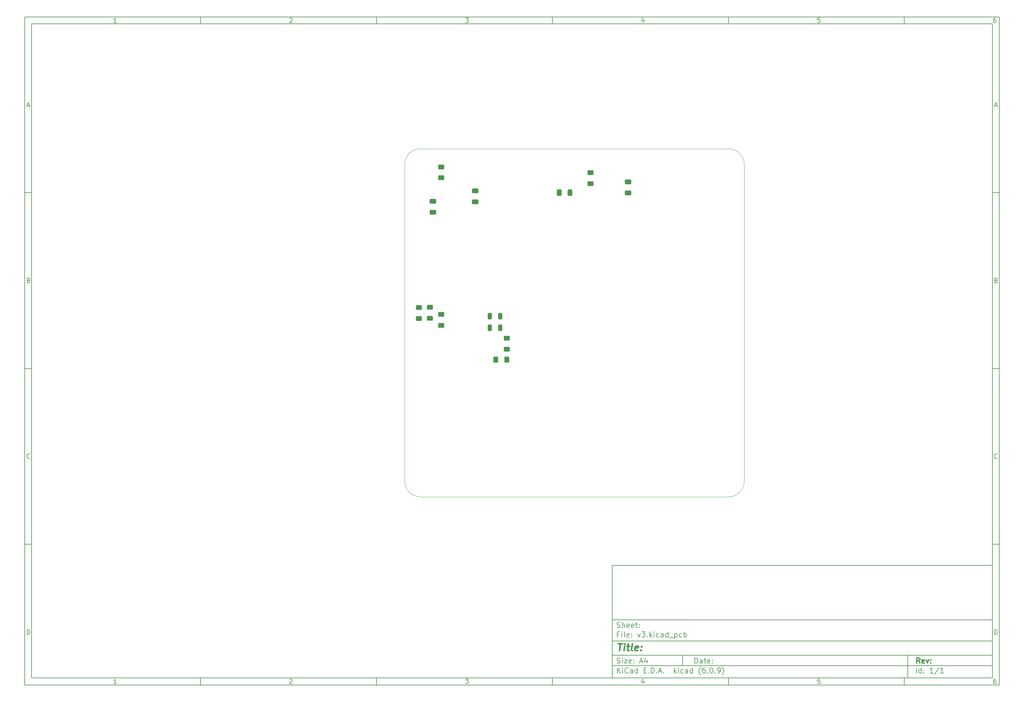
<source format=gbr>
%TF.GenerationSoftware,KiCad,Pcbnew,(6.0.9)*%
%TF.CreationDate,2022-12-28T04:29:14+03:00*%
%TF.ProjectId,v3,76332e6b-6963-4616-945f-706362585858,rev?*%
%TF.SameCoordinates,Original*%
%TF.FileFunction,Paste,Top*%
%TF.FilePolarity,Positive*%
%FSLAX46Y46*%
G04 Gerber Fmt 4.6, Leading zero omitted, Abs format (unit mm)*
G04 Created by KiCad (PCBNEW (6.0.9)) date 2022-12-28 04:29:14*
%MOMM*%
%LPD*%
G01*
G04 APERTURE LIST*
G04 Aperture macros list*
%AMRoundRect*
0 Rectangle with rounded corners*
0 $1 Rounding radius*
0 $2 $3 $4 $5 $6 $7 $8 $9 X,Y pos of 4 corners*
0 Add a 4 corners polygon primitive as box body*
4,1,4,$2,$3,$4,$5,$6,$7,$8,$9,$2,$3,0*
0 Add four circle primitives for the rounded corners*
1,1,$1+$1,$2,$3*
1,1,$1+$1,$4,$5*
1,1,$1+$1,$6,$7*
1,1,$1+$1,$8,$9*
0 Add four rect primitives between the rounded corners*
20,1,$1+$1,$2,$3,$4,$5,0*
20,1,$1+$1,$4,$5,$6,$7,0*
20,1,$1+$1,$6,$7,$8,$9,0*
20,1,$1+$1,$8,$9,$2,$3,0*%
G04 Aperture macros list end*
%ADD10C,0.100000*%
%ADD11C,0.150000*%
%ADD12C,0.300000*%
%ADD13C,0.400000*%
%TA.AperFunction,Profile*%
%ADD14C,0.100000*%
%TD*%
%ADD15RoundRect,0.250000X0.625000X-0.400000X0.625000X0.400000X-0.625000X0.400000X-0.625000X-0.400000X0*%
%ADD16RoundRect,0.250000X-0.625000X0.400000X-0.625000X-0.400000X0.625000X-0.400000X0.625000X0.400000X0*%
%ADD17RoundRect,0.250000X-0.650000X0.412500X-0.650000X-0.412500X0.650000X-0.412500X0.650000X0.412500X0*%
%ADD18RoundRect,0.250000X0.400000X0.625000X-0.400000X0.625000X-0.400000X-0.625000X0.400000X-0.625000X0*%
%ADD19RoundRect,0.250000X-0.325000X-0.650000X0.325000X-0.650000X0.325000X0.650000X-0.325000X0.650000X0*%
%ADD20RoundRect,0.250000X0.412500X0.650000X-0.412500X0.650000X-0.412500X-0.650000X0.412500X-0.650000X0*%
%ADD21RoundRect,0.250000X0.650000X-0.412500X0.650000X0.412500X-0.650000X0.412500X-0.650000X-0.412500X0*%
G04 APERTURE END LIST*
D10*
D11*
X177002200Y-166007200D02*
X177002200Y-198007200D01*
X285002200Y-198007200D01*
X285002200Y-166007200D01*
X177002200Y-166007200D01*
D10*
D11*
X10000000Y-10000000D02*
X10000000Y-200007200D01*
X287002200Y-200007200D01*
X287002200Y-10000000D01*
X10000000Y-10000000D01*
D10*
D11*
X12000000Y-12000000D02*
X12000000Y-198007200D01*
X285002200Y-198007200D01*
X285002200Y-12000000D01*
X12000000Y-12000000D01*
D10*
D11*
X60000000Y-12000000D02*
X60000000Y-10000000D01*
D10*
D11*
X110000000Y-12000000D02*
X110000000Y-10000000D01*
D10*
D11*
X160000000Y-12000000D02*
X160000000Y-10000000D01*
D10*
D11*
X210000000Y-12000000D02*
X210000000Y-10000000D01*
D10*
D11*
X260000000Y-12000000D02*
X260000000Y-10000000D01*
D10*
D11*
X36065476Y-11588095D02*
X35322619Y-11588095D01*
X35694047Y-11588095D02*
X35694047Y-10288095D01*
X35570238Y-10473809D01*
X35446428Y-10597619D01*
X35322619Y-10659523D01*
D10*
D11*
X85322619Y-10411904D02*
X85384523Y-10350000D01*
X85508333Y-10288095D01*
X85817857Y-10288095D01*
X85941666Y-10350000D01*
X86003571Y-10411904D01*
X86065476Y-10535714D01*
X86065476Y-10659523D01*
X86003571Y-10845238D01*
X85260714Y-11588095D01*
X86065476Y-11588095D01*
D10*
D11*
X135260714Y-10288095D02*
X136065476Y-10288095D01*
X135632142Y-10783333D01*
X135817857Y-10783333D01*
X135941666Y-10845238D01*
X136003571Y-10907142D01*
X136065476Y-11030952D01*
X136065476Y-11340476D01*
X136003571Y-11464285D01*
X135941666Y-11526190D01*
X135817857Y-11588095D01*
X135446428Y-11588095D01*
X135322619Y-11526190D01*
X135260714Y-11464285D01*
D10*
D11*
X185941666Y-10721428D02*
X185941666Y-11588095D01*
X185632142Y-10226190D02*
X185322619Y-11154761D01*
X186127380Y-11154761D01*
D10*
D11*
X236003571Y-10288095D02*
X235384523Y-10288095D01*
X235322619Y-10907142D01*
X235384523Y-10845238D01*
X235508333Y-10783333D01*
X235817857Y-10783333D01*
X235941666Y-10845238D01*
X236003571Y-10907142D01*
X236065476Y-11030952D01*
X236065476Y-11340476D01*
X236003571Y-11464285D01*
X235941666Y-11526190D01*
X235817857Y-11588095D01*
X235508333Y-11588095D01*
X235384523Y-11526190D01*
X235322619Y-11464285D01*
D10*
D11*
X285941666Y-10288095D02*
X285694047Y-10288095D01*
X285570238Y-10350000D01*
X285508333Y-10411904D01*
X285384523Y-10597619D01*
X285322619Y-10845238D01*
X285322619Y-11340476D01*
X285384523Y-11464285D01*
X285446428Y-11526190D01*
X285570238Y-11588095D01*
X285817857Y-11588095D01*
X285941666Y-11526190D01*
X286003571Y-11464285D01*
X286065476Y-11340476D01*
X286065476Y-11030952D01*
X286003571Y-10907142D01*
X285941666Y-10845238D01*
X285817857Y-10783333D01*
X285570238Y-10783333D01*
X285446428Y-10845238D01*
X285384523Y-10907142D01*
X285322619Y-11030952D01*
D10*
D11*
X60000000Y-198007200D02*
X60000000Y-200007200D01*
D10*
D11*
X110000000Y-198007200D02*
X110000000Y-200007200D01*
D10*
D11*
X160000000Y-198007200D02*
X160000000Y-200007200D01*
D10*
D11*
X210000000Y-198007200D02*
X210000000Y-200007200D01*
D10*
D11*
X260000000Y-198007200D02*
X260000000Y-200007200D01*
D10*
D11*
X36065476Y-199595295D02*
X35322619Y-199595295D01*
X35694047Y-199595295D02*
X35694047Y-198295295D01*
X35570238Y-198481009D01*
X35446428Y-198604819D01*
X35322619Y-198666723D01*
D10*
D11*
X85322619Y-198419104D02*
X85384523Y-198357200D01*
X85508333Y-198295295D01*
X85817857Y-198295295D01*
X85941666Y-198357200D01*
X86003571Y-198419104D01*
X86065476Y-198542914D01*
X86065476Y-198666723D01*
X86003571Y-198852438D01*
X85260714Y-199595295D01*
X86065476Y-199595295D01*
D10*
D11*
X135260714Y-198295295D02*
X136065476Y-198295295D01*
X135632142Y-198790533D01*
X135817857Y-198790533D01*
X135941666Y-198852438D01*
X136003571Y-198914342D01*
X136065476Y-199038152D01*
X136065476Y-199347676D01*
X136003571Y-199471485D01*
X135941666Y-199533390D01*
X135817857Y-199595295D01*
X135446428Y-199595295D01*
X135322619Y-199533390D01*
X135260714Y-199471485D01*
D10*
D11*
X185941666Y-198728628D02*
X185941666Y-199595295D01*
X185632142Y-198233390D02*
X185322619Y-199161961D01*
X186127380Y-199161961D01*
D10*
D11*
X236003571Y-198295295D02*
X235384523Y-198295295D01*
X235322619Y-198914342D01*
X235384523Y-198852438D01*
X235508333Y-198790533D01*
X235817857Y-198790533D01*
X235941666Y-198852438D01*
X236003571Y-198914342D01*
X236065476Y-199038152D01*
X236065476Y-199347676D01*
X236003571Y-199471485D01*
X235941666Y-199533390D01*
X235817857Y-199595295D01*
X235508333Y-199595295D01*
X235384523Y-199533390D01*
X235322619Y-199471485D01*
D10*
D11*
X285941666Y-198295295D02*
X285694047Y-198295295D01*
X285570238Y-198357200D01*
X285508333Y-198419104D01*
X285384523Y-198604819D01*
X285322619Y-198852438D01*
X285322619Y-199347676D01*
X285384523Y-199471485D01*
X285446428Y-199533390D01*
X285570238Y-199595295D01*
X285817857Y-199595295D01*
X285941666Y-199533390D01*
X286003571Y-199471485D01*
X286065476Y-199347676D01*
X286065476Y-199038152D01*
X286003571Y-198914342D01*
X285941666Y-198852438D01*
X285817857Y-198790533D01*
X285570238Y-198790533D01*
X285446428Y-198852438D01*
X285384523Y-198914342D01*
X285322619Y-199038152D01*
D10*
D11*
X10000000Y-60000000D02*
X12000000Y-60000000D01*
D10*
D11*
X10000000Y-110000000D02*
X12000000Y-110000000D01*
D10*
D11*
X10000000Y-160000000D02*
X12000000Y-160000000D01*
D10*
D11*
X10690476Y-35216666D02*
X11309523Y-35216666D01*
X10566666Y-35588095D02*
X11000000Y-34288095D01*
X11433333Y-35588095D01*
D10*
D11*
X11092857Y-84907142D02*
X11278571Y-84969047D01*
X11340476Y-85030952D01*
X11402380Y-85154761D01*
X11402380Y-85340476D01*
X11340476Y-85464285D01*
X11278571Y-85526190D01*
X11154761Y-85588095D01*
X10659523Y-85588095D01*
X10659523Y-84288095D01*
X11092857Y-84288095D01*
X11216666Y-84350000D01*
X11278571Y-84411904D01*
X11340476Y-84535714D01*
X11340476Y-84659523D01*
X11278571Y-84783333D01*
X11216666Y-84845238D01*
X11092857Y-84907142D01*
X10659523Y-84907142D01*
D10*
D11*
X11402380Y-135464285D02*
X11340476Y-135526190D01*
X11154761Y-135588095D01*
X11030952Y-135588095D01*
X10845238Y-135526190D01*
X10721428Y-135402380D01*
X10659523Y-135278571D01*
X10597619Y-135030952D01*
X10597619Y-134845238D01*
X10659523Y-134597619D01*
X10721428Y-134473809D01*
X10845238Y-134350000D01*
X11030952Y-134288095D01*
X11154761Y-134288095D01*
X11340476Y-134350000D01*
X11402380Y-134411904D01*
D10*
D11*
X10659523Y-185588095D02*
X10659523Y-184288095D01*
X10969047Y-184288095D01*
X11154761Y-184350000D01*
X11278571Y-184473809D01*
X11340476Y-184597619D01*
X11402380Y-184845238D01*
X11402380Y-185030952D01*
X11340476Y-185278571D01*
X11278571Y-185402380D01*
X11154761Y-185526190D01*
X10969047Y-185588095D01*
X10659523Y-185588095D01*
D10*
D11*
X287002200Y-60000000D02*
X285002200Y-60000000D01*
D10*
D11*
X287002200Y-110000000D02*
X285002200Y-110000000D01*
D10*
D11*
X287002200Y-160000000D02*
X285002200Y-160000000D01*
D10*
D11*
X285692676Y-35216666D02*
X286311723Y-35216666D01*
X285568866Y-35588095D02*
X286002200Y-34288095D01*
X286435533Y-35588095D01*
D10*
D11*
X286095057Y-84907142D02*
X286280771Y-84969047D01*
X286342676Y-85030952D01*
X286404580Y-85154761D01*
X286404580Y-85340476D01*
X286342676Y-85464285D01*
X286280771Y-85526190D01*
X286156961Y-85588095D01*
X285661723Y-85588095D01*
X285661723Y-84288095D01*
X286095057Y-84288095D01*
X286218866Y-84350000D01*
X286280771Y-84411904D01*
X286342676Y-84535714D01*
X286342676Y-84659523D01*
X286280771Y-84783333D01*
X286218866Y-84845238D01*
X286095057Y-84907142D01*
X285661723Y-84907142D01*
D10*
D11*
X286404580Y-135464285D02*
X286342676Y-135526190D01*
X286156961Y-135588095D01*
X286033152Y-135588095D01*
X285847438Y-135526190D01*
X285723628Y-135402380D01*
X285661723Y-135278571D01*
X285599819Y-135030952D01*
X285599819Y-134845238D01*
X285661723Y-134597619D01*
X285723628Y-134473809D01*
X285847438Y-134350000D01*
X286033152Y-134288095D01*
X286156961Y-134288095D01*
X286342676Y-134350000D01*
X286404580Y-134411904D01*
D10*
D11*
X285661723Y-185588095D02*
X285661723Y-184288095D01*
X285971247Y-184288095D01*
X286156961Y-184350000D01*
X286280771Y-184473809D01*
X286342676Y-184597619D01*
X286404580Y-184845238D01*
X286404580Y-185030952D01*
X286342676Y-185278571D01*
X286280771Y-185402380D01*
X286156961Y-185526190D01*
X285971247Y-185588095D01*
X285661723Y-185588095D01*
D10*
D11*
X200434342Y-193785771D02*
X200434342Y-192285771D01*
X200791485Y-192285771D01*
X201005771Y-192357200D01*
X201148628Y-192500057D01*
X201220057Y-192642914D01*
X201291485Y-192928628D01*
X201291485Y-193142914D01*
X201220057Y-193428628D01*
X201148628Y-193571485D01*
X201005771Y-193714342D01*
X200791485Y-193785771D01*
X200434342Y-193785771D01*
X202577200Y-193785771D02*
X202577200Y-193000057D01*
X202505771Y-192857200D01*
X202362914Y-192785771D01*
X202077200Y-192785771D01*
X201934342Y-192857200D01*
X202577200Y-193714342D02*
X202434342Y-193785771D01*
X202077200Y-193785771D01*
X201934342Y-193714342D01*
X201862914Y-193571485D01*
X201862914Y-193428628D01*
X201934342Y-193285771D01*
X202077200Y-193214342D01*
X202434342Y-193214342D01*
X202577200Y-193142914D01*
X203077200Y-192785771D02*
X203648628Y-192785771D01*
X203291485Y-192285771D02*
X203291485Y-193571485D01*
X203362914Y-193714342D01*
X203505771Y-193785771D01*
X203648628Y-193785771D01*
X204720057Y-193714342D02*
X204577200Y-193785771D01*
X204291485Y-193785771D01*
X204148628Y-193714342D01*
X204077200Y-193571485D01*
X204077200Y-193000057D01*
X204148628Y-192857200D01*
X204291485Y-192785771D01*
X204577200Y-192785771D01*
X204720057Y-192857200D01*
X204791485Y-193000057D01*
X204791485Y-193142914D01*
X204077200Y-193285771D01*
X205434342Y-193642914D02*
X205505771Y-193714342D01*
X205434342Y-193785771D01*
X205362914Y-193714342D01*
X205434342Y-193642914D01*
X205434342Y-193785771D01*
X205434342Y-192857200D02*
X205505771Y-192928628D01*
X205434342Y-193000057D01*
X205362914Y-192928628D01*
X205434342Y-192857200D01*
X205434342Y-193000057D01*
D10*
D11*
X177002200Y-194507200D02*
X285002200Y-194507200D01*
D10*
D11*
X178434342Y-196585771D02*
X178434342Y-195085771D01*
X179291485Y-196585771D02*
X178648628Y-195728628D01*
X179291485Y-195085771D02*
X178434342Y-195942914D01*
X179934342Y-196585771D02*
X179934342Y-195585771D01*
X179934342Y-195085771D02*
X179862914Y-195157200D01*
X179934342Y-195228628D01*
X180005771Y-195157200D01*
X179934342Y-195085771D01*
X179934342Y-195228628D01*
X181505771Y-196442914D02*
X181434342Y-196514342D01*
X181220057Y-196585771D01*
X181077200Y-196585771D01*
X180862914Y-196514342D01*
X180720057Y-196371485D01*
X180648628Y-196228628D01*
X180577200Y-195942914D01*
X180577200Y-195728628D01*
X180648628Y-195442914D01*
X180720057Y-195300057D01*
X180862914Y-195157200D01*
X181077200Y-195085771D01*
X181220057Y-195085771D01*
X181434342Y-195157200D01*
X181505771Y-195228628D01*
X182791485Y-196585771D02*
X182791485Y-195800057D01*
X182720057Y-195657200D01*
X182577200Y-195585771D01*
X182291485Y-195585771D01*
X182148628Y-195657200D01*
X182791485Y-196514342D02*
X182648628Y-196585771D01*
X182291485Y-196585771D01*
X182148628Y-196514342D01*
X182077200Y-196371485D01*
X182077200Y-196228628D01*
X182148628Y-196085771D01*
X182291485Y-196014342D01*
X182648628Y-196014342D01*
X182791485Y-195942914D01*
X184148628Y-196585771D02*
X184148628Y-195085771D01*
X184148628Y-196514342D02*
X184005771Y-196585771D01*
X183720057Y-196585771D01*
X183577200Y-196514342D01*
X183505771Y-196442914D01*
X183434342Y-196300057D01*
X183434342Y-195871485D01*
X183505771Y-195728628D01*
X183577200Y-195657200D01*
X183720057Y-195585771D01*
X184005771Y-195585771D01*
X184148628Y-195657200D01*
X186005771Y-195800057D02*
X186505771Y-195800057D01*
X186720057Y-196585771D02*
X186005771Y-196585771D01*
X186005771Y-195085771D01*
X186720057Y-195085771D01*
X187362914Y-196442914D02*
X187434342Y-196514342D01*
X187362914Y-196585771D01*
X187291485Y-196514342D01*
X187362914Y-196442914D01*
X187362914Y-196585771D01*
X188077200Y-196585771D02*
X188077200Y-195085771D01*
X188434342Y-195085771D01*
X188648628Y-195157200D01*
X188791485Y-195300057D01*
X188862914Y-195442914D01*
X188934342Y-195728628D01*
X188934342Y-195942914D01*
X188862914Y-196228628D01*
X188791485Y-196371485D01*
X188648628Y-196514342D01*
X188434342Y-196585771D01*
X188077200Y-196585771D01*
X189577200Y-196442914D02*
X189648628Y-196514342D01*
X189577200Y-196585771D01*
X189505771Y-196514342D01*
X189577200Y-196442914D01*
X189577200Y-196585771D01*
X190220057Y-196157200D02*
X190934342Y-196157200D01*
X190077200Y-196585771D02*
X190577200Y-195085771D01*
X191077200Y-196585771D01*
X191577200Y-196442914D02*
X191648628Y-196514342D01*
X191577200Y-196585771D01*
X191505771Y-196514342D01*
X191577200Y-196442914D01*
X191577200Y-196585771D01*
X194577200Y-196585771D02*
X194577200Y-195085771D01*
X194720057Y-196014342D02*
X195148628Y-196585771D01*
X195148628Y-195585771D02*
X194577200Y-196157200D01*
X195791485Y-196585771D02*
X195791485Y-195585771D01*
X195791485Y-195085771D02*
X195720057Y-195157200D01*
X195791485Y-195228628D01*
X195862914Y-195157200D01*
X195791485Y-195085771D01*
X195791485Y-195228628D01*
X197148628Y-196514342D02*
X197005771Y-196585771D01*
X196720057Y-196585771D01*
X196577200Y-196514342D01*
X196505771Y-196442914D01*
X196434342Y-196300057D01*
X196434342Y-195871485D01*
X196505771Y-195728628D01*
X196577200Y-195657200D01*
X196720057Y-195585771D01*
X197005771Y-195585771D01*
X197148628Y-195657200D01*
X198434342Y-196585771D02*
X198434342Y-195800057D01*
X198362914Y-195657200D01*
X198220057Y-195585771D01*
X197934342Y-195585771D01*
X197791485Y-195657200D01*
X198434342Y-196514342D02*
X198291485Y-196585771D01*
X197934342Y-196585771D01*
X197791485Y-196514342D01*
X197720057Y-196371485D01*
X197720057Y-196228628D01*
X197791485Y-196085771D01*
X197934342Y-196014342D01*
X198291485Y-196014342D01*
X198434342Y-195942914D01*
X199791485Y-196585771D02*
X199791485Y-195085771D01*
X199791485Y-196514342D02*
X199648628Y-196585771D01*
X199362914Y-196585771D01*
X199220057Y-196514342D01*
X199148628Y-196442914D01*
X199077200Y-196300057D01*
X199077200Y-195871485D01*
X199148628Y-195728628D01*
X199220057Y-195657200D01*
X199362914Y-195585771D01*
X199648628Y-195585771D01*
X199791485Y-195657200D01*
X202077200Y-197157200D02*
X202005771Y-197085771D01*
X201862914Y-196871485D01*
X201791485Y-196728628D01*
X201720057Y-196514342D01*
X201648628Y-196157200D01*
X201648628Y-195871485D01*
X201720057Y-195514342D01*
X201791485Y-195300057D01*
X201862914Y-195157200D01*
X202005771Y-194942914D01*
X202077200Y-194871485D01*
X203291485Y-195085771D02*
X203005771Y-195085771D01*
X202862914Y-195157200D01*
X202791485Y-195228628D01*
X202648628Y-195442914D01*
X202577200Y-195728628D01*
X202577200Y-196300057D01*
X202648628Y-196442914D01*
X202720057Y-196514342D01*
X202862914Y-196585771D01*
X203148628Y-196585771D01*
X203291485Y-196514342D01*
X203362914Y-196442914D01*
X203434342Y-196300057D01*
X203434342Y-195942914D01*
X203362914Y-195800057D01*
X203291485Y-195728628D01*
X203148628Y-195657200D01*
X202862914Y-195657200D01*
X202720057Y-195728628D01*
X202648628Y-195800057D01*
X202577200Y-195942914D01*
X204077200Y-196442914D02*
X204148628Y-196514342D01*
X204077200Y-196585771D01*
X204005771Y-196514342D01*
X204077200Y-196442914D01*
X204077200Y-196585771D01*
X205077200Y-195085771D02*
X205220057Y-195085771D01*
X205362914Y-195157200D01*
X205434342Y-195228628D01*
X205505771Y-195371485D01*
X205577200Y-195657200D01*
X205577200Y-196014342D01*
X205505771Y-196300057D01*
X205434342Y-196442914D01*
X205362914Y-196514342D01*
X205220057Y-196585771D01*
X205077200Y-196585771D01*
X204934342Y-196514342D01*
X204862914Y-196442914D01*
X204791485Y-196300057D01*
X204720057Y-196014342D01*
X204720057Y-195657200D01*
X204791485Y-195371485D01*
X204862914Y-195228628D01*
X204934342Y-195157200D01*
X205077200Y-195085771D01*
X206220057Y-196442914D02*
X206291485Y-196514342D01*
X206220057Y-196585771D01*
X206148628Y-196514342D01*
X206220057Y-196442914D01*
X206220057Y-196585771D01*
X207005771Y-196585771D02*
X207291485Y-196585771D01*
X207434342Y-196514342D01*
X207505771Y-196442914D01*
X207648628Y-196228628D01*
X207720057Y-195942914D01*
X207720057Y-195371485D01*
X207648628Y-195228628D01*
X207577200Y-195157200D01*
X207434342Y-195085771D01*
X207148628Y-195085771D01*
X207005771Y-195157200D01*
X206934342Y-195228628D01*
X206862914Y-195371485D01*
X206862914Y-195728628D01*
X206934342Y-195871485D01*
X207005771Y-195942914D01*
X207148628Y-196014342D01*
X207434342Y-196014342D01*
X207577200Y-195942914D01*
X207648628Y-195871485D01*
X207720057Y-195728628D01*
X208220057Y-197157200D02*
X208291485Y-197085771D01*
X208434342Y-196871485D01*
X208505771Y-196728628D01*
X208577200Y-196514342D01*
X208648628Y-196157200D01*
X208648628Y-195871485D01*
X208577200Y-195514342D01*
X208505771Y-195300057D01*
X208434342Y-195157200D01*
X208291485Y-194942914D01*
X208220057Y-194871485D01*
D10*
D11*
X177002200Y-191507200D02*
X285002200Y-191507200D01*
D10*
D12*
X264411485Y-193785771D02*
X263911485Y-193071485D01*
X263554342Y-193785771D02*
X263554342Y-192285771D01*
X264125771Y-192285771D01*
X264268628Y-192357200D01*
X264340057Y-192428628D01*
X264411485Y-192571485D01*
X264411485Y-192785771D01*
X264340057Y-192928628D01*
X264268628Y-193000057D01*
X264125771Y-193071485D01*
X263554342Y-193071485D01*
X265625771Y-193714342D02*
X265482914Y-193785771D01*
X265197200Y-193785771D01*
X265054342Y-193714342D01*
X264982914Y-193571485D01*
X264982914Y-193000057D01*
X265054342Y-192857200D01*
X265197200Y-192785771D01*
X265482914Y-192785771D01*
X265625771Y-192857200D01*
X265697200Y-193000057D01*
X265697200Y-193142914D01*
X264982914Y-193285771D01*
X266197200Y-192785771D02*
X266554342Y-193785771D01*
X266911485Y-192785771D01*
X267482914Y-193642914D02*
X267554342Y-193714342D01*
X267482914Y-193785771D01*
X267411485Y-193714342D01*
X267482914Y-193642914D01*
X267482914Y-193785771D01*
X267482914Y-192857200D02*
X267554342Y-192928628D01*
X267482914Y-193000057D01*
X267411485Y-192928628D01*
X267482914Y-192857200D01*
X267482914Y-193000057D01*
D10*
D11*
X178362914Y-193714342D02*
X178577200Y-193785771D01*
X178934342Y-193785771D01*
X179077200Y-193714342D01*
X179148628Y-193642914D01*
X179220057Y-193500057D01*
X179220057Y-193357200D01*
X179148628Y-193214342D01*
X179077200Y-193142914D01*
X178934342Y-193071485D01*
X178648628Y-193000057D01*
X178505771Y-192928628D01*
X178434342Y-192857200D01*
X178362914Y-192714342D01*
X178362914Y-192571485D01*
X178434342Y-192428628D01*
X178505771Y-192357200D01*
X178648628Y-192285771D01*
X179005771Y-192285771D01*
X179220057Y-192357200D01*
X179862914Y-193785771D02*
X179862914Y-192785771D01*
X179862914Y-192285771D02*
X179791485Y-192357200D01*
X179862914Y-192428628D01*
X179934342Y-192357200D01*
X179862914Y-192285771D01*
X179862914Y-192428628D01*
X180434342Y-192785771D02*
X181220057Y-192785771D01*
X180434342Y-193785771D01*
X181220057Y-193785771D01*
X182362914Y-193714342D02*
X182220057Y-193785771D01*
X181934342Y-193785771D01*
X181791485Y-193714342D01*
X181720057Y-193571485D01*
X181720057Y-193000057D01*
X181791485Y-192857200D01*
X181934342Y-192785771D01*
X182220057Y-192785771D01*
X182362914Y-192857200D01*
X182434342Y-193000057D01*
X182434342Y-193142914D01*
X181720057Y-193285771D01*
X183077200Y-193642914D02*
X183148628Y-193714342D01*
X183077200Y-193785771D01*
X183005771Y-193714342D01*
X183077200Y-193642914D01*
X183077200Y-193785771D01*
X183077200Y-192857200D02*
X183148628Y-192928628D01*
X183077200Y-193000057D01*
X183005771Y-192928628D01*
X183077200Y-192857200D01*
X183077200Y-193000057D01*
X184862914Y-193357200D02*
X185577200Y-193357200D01*
X184720057Y-193785771D02*
X185220057Y-192285771D01*
X185720057Y-193785771D01*
X186862914Y-192785771D02*
X186862914Y-193785771D01*
X186505771Y-192214342D02*
X186148628Y-193285771D01*
X187077200Y-193285771D01*
D10*
D11*
X263434342Y-196585771D02*
X263434342Y-195085771D01*
X264791485Y-196585771D02*
X264791485Y-195085771D01*
X264791485Y-196514342D02*
X264648628Y-196585771D01*
X264362914Y-196585771D01*
X264220057Y-196514342D01*
X264148628Y-196442914D01*
X264077200Y-196300057D01*
X264077200Y-195871485D01*
X264148628Y-195728628D01*
X264220057Y-195657200D01*
X264362914Y-195585771D01*
X264648628Y-195585771D01*
X264791485Y-195657200D01*
X265505771Y-196442914D02*
X265577200Y-196514342D01*
X265505771Y-196585771D01*
X265434342Y-196514342D01*
X265505771Y-196442914D01*
X265505771Y-196585771D01*
X265505771Y-195657200D02*
X265577200Y-195728628D01*
X265505771Y-195800057D01*
X265434342Y-195728628D01*
X265505771Y-195657200D01*
X265505771Y-195800057D01*
X268148628Y-196585771D02*
X267291485Y-196585771D01*
X267720057Y-196585771D02*
X267720057Y-195085771D01*
X267577200Y-195300057D01*
X267434342Y-195442914D01*
X267291485Y-195514342D01*
X269862914Y-195014342D02*
X268577200Y-196942914D01*
X271148628Y-196585771D02*
X270291485Y-196585771D01*
X270720057Y-196585771D02*
X270720057Y-195085771D01*
X270577200Y-195300057D01*
X270434342Y-195442914D01*
X270291485Y-195514342D01*
D10*
D11*
X177002200Y-187507200D02*
X285002200Y-187507200D01*
D10*
D13*
X178714580Y-188211961D02*
X179857438Y-188211961D01*
X179036009Y-190211961D02*
X179286009Y-188211961D01*
X180274104Y-190211961D02*
X180440771Y-188878628D01*
X180524104Y-188211961D02*
X180416961Y-188307200D01*
X180500295Y-188402438D01*
X180607438Y-188307200D01*
X180524104Y-188211961D01*
X180500295Y-188402438D01*
X181107438Y-188878628D02*
X181869342Y-188878628D01*
X181476485Y-188211961D02*
X181262200Y-189926247D01*
X181333628Y-190116723D01*
X181512200Y-190211961D01*
X181702676Y-190211961D01*
X182655057Y-190211961D02*
X182476485Y-190116723D01*
X182405057Y-189926247D01*
X182619342Y-188211961D01*
X184190771Y-190116723D02*
X183988390Y-190211961D01*
X183607438Y-190211961D01*
X183428866Y-190116723D01*
X183357438Y-189926247D01*
X183452676Y-189164342D01*
X183571723Y-188973866D01*
X183774104Y-188878628D01*
X184155057Y-188878628D01*
X184333628Y-188973866D01*
X184405057Y-189164342D01*
X184381247Y-189354819D01*
X183405057Y-189545295D01*
X185155057Y-190021485D02*
X185238390Y-190116723D01*
X185131247Y-190211961D01*
X185047914Y-190116723D01*
X185155057Y-190021485D01*
X185131247Y-190211961D01*
X185286009Y-188973866D02*
X185369342Y-189069104D01*
X185262200Y-189164342D01*
X185178866Y-189069104D01*
X185286009Y-188973866D01*
X185262200Y-189164342D01*
D10*
D11*
X178934342Y-185600057D02*
X178434342Y-185600057D01*
X178434342Y-186385771D02*
X178434342Y-184885771D01*
X179148628Y-184885771D01*
X179720057Y-186385771D02*
X179720057Y-185385771D01*
X179720057Y-184885771D02*
X179648628Y-184957200D01*
X179720057Y-185028628D01*
X179791485Y-184957200D01*
X179720057Y-184885771D01*
X179720057Y-185028628D01*
X180648628Y-186385771D02*
X180505771Y-186314342D01*
X180434342Y-186171485D01*
X180434342Y-184885771D01*
X181791485Y-186314342D02*
X181648628Y-186385771D01*
X181362914Y-186385771D01*
X181220057Y-186314342D01*
X181148628Y-186171485D01*
X181148628Y-185600057D01*
X181220057Y-185457200D01*
X181362914Y-185385771D01*
X181648628Y-185385771D01*
X181791485Y-185457200D01*
X181862914Y-185600057D01*
X181862914Y-185742914D01*
X181148628Y-185885771D01*
X182505771Y-186242914D02*
X182577200Y-186314342D01*
X182505771Y-186385771D01*
X182434342Y-186314342D01*
X182505771Y-186242914D01*
X182505771Y-186385771D01*
X182505771Y-185457200D02*
X182577200Y-185528628D01*
X182505771Y-185600057D01*
X182434342Y-185528628D01*
X182505771Y-185457200D01*
X182505771Y-185600057D01*
X184220057Y-185385771D02*
X184577200Y-186385771D01*
X184934342Y-185385771D01*
X185362914Y-184885771D02*
X186291485Y-184885771D01*
X185791485Y-185457200D01*
X186005771Y-185457200D01*
X186148628Y-185528628D01*
X186220057Y-185600057D01*
X186291485Y-185742914D01*
X186291485Y-186100057D01*
X186220057Y-186242914D01*
X186148628Y-186314342D01*
X186005771Y-186385771D01*
X185577200Y-186385771D01*
X185434342Y-186314342D01*
X185362914Y-186242914D01*
X186934342Y-186242914D02*
X187005771Y-186314342D01*
X186934342Y-186385771D01*
X186862914Y-186314342D01*
X186934342Y-186242914D01*
X186934342Y-186385771D01*
X187648628Y-186385771D02*
X187648628Y-184885771D01*
X187791485Y-185814342D02*
X188220057Y-186385771D01*
X188220057Y-185385771D02*
X187648628Y-185957200D01*
X188862914Y-186385771D02*
X188862914Y-185385771D01*
X188862914Y-184885771D02*
X188791485Y-184957200D01*
X188862914Y-185028628D01*
X188934342Y-184957200D01*
X188862914Y-184885771D01*
X188862914Y-185028628D01*
X190220057Y-186314342D02*
X190077200Y-186385771D01*
X189791485Y-186385771D01*
X189648628Y-186314342D01*
X189577200Y-186242914D01*
X189505771Y-186100057D01*
X189505771Y-185671485D01*
X189577200Y-185528628D01*
X189648628Y-185457200D01*
X189791485Y-185385771D01*
X190077200Y-185385771D01*
X190220057Y-185457200D01*
X191505771Y-186385771D02*
X191505771Y-185600057D01*
X191434342Y-185457200D01*
X191291485Y-185385771D01*
X191005771Y-185385771D01*
X190862914Y-185457200D01*
X191505771Y-186314342D02*
X191362914Y-186385771D01*
X191005771Y-186385771D01*
X190862914Y-186314342D01*
X190791485Y-186171485D01*
X190791485Y-186028628D01*
X190862914Y-185885771D01*
X191005771Y-185814342D01*
X191362914Y-185814342D01*
X191505771Y-185742914D01*
X192862914Y-186385771D02*
X192862914Y-184885771D01*
X192862914Y-186314342D02*
X192720057Y-186385771D01*
X192434342Y-186385771D01*
X192291485Y-186314342D01*
X192220057Y-186242914D01*
X192148628Y-186100057D01*
X192148628Y-185671485D01*
X192220057Y-185528628D01*
X192291485Y-185457200D01*
X192434342Y-185385771D01*
X192720057Y-185385771D01*
X192862914Y-185457200D01*
X193220057Y-186528628D02*
X194362914Y-186528628D01*
X194720057Y-185385771D02*
X194720057Y-186885771D01*
X194720057Y-185457200D02*
X194862914Y-185385771D01*
X195148628Y-185385771D01*
X195291485Y-185457200D01*
X195362914Y-185528628D01*
X195434342Y-185671485D01*
X195434342Y-186100057D01*
X195362914Y-186242914D01*
X195291485Y-186314342D01*
X195148628Y-186385771D01*
X194862914Y-186385771D01*
X194720057Y-186314342D01*
X196720057Y-186314342D02*
X196577200Y-186385771D01*
X196291485Y-186385771D01*
X196148628Y-186314342D01*
X196077200Y-186242914D01*
X196005771Y-186100057D01*
X196005771Y-185671485D01*
X196077200Y-185528628D01*
X196148628Y-185457200D01*
X196291485Y-185385771D01*
X196577200Y-185385771D01*
X196720057Y-185457200D01*
X197362914Y-186385771D02*
X197362914Y-184885771D01*
X197362914Y-185457200D02*
X197505771Y-185385771D01*
X197791485Y-185385771D01*
X197934342Y-185457200D01*
X198005771Y-185528628D01*
X198077200Y-185671485D01*
X198077200Y-186100057D01*
X198005771Y-186242914D01*
X197934342Y-186314342D01*
X197791485Y-186385771D01*
X197505771Y-186385771D01*
X197362914Y-186314342D01*
D10*
D11*
X177002200Y-181507200D02*
X285002200Y-181507200D01*
D10*
D11*
X178362914Y-183614342D02*
X178577200Y-183685771D01*
X178934342Y-183685771D01*
X179077200Y-183614342D01*
X179148628Y-183542914D01*
X179220057Y-183400057D01*
X179220057Y-183257200D01*
X179148628Y-183114342D01*
X179077200Y-183042914D01*
X178934342Y-182971485D01*
X178648628Y-182900057D01*
X178505771Y-182828628D01*
X178434342Y-182757200D01*
X178362914Y-182614342D01*
X178362914Y-182471485D01*
X178434342Y-182328628D01*
X178505771Y-182257200D01*
X178648628Y-182185771D01*
X179005771Y-182185771D01*
X179220057Y-182257200D01*
X179862914Y-183685771D02*
X179862914Y-182185771D01*
X180505771Y-183685771D02*
X180505771Y-182900057D01*
X180434342Y-182757200D01*
X180291485Y-182685771D01*
X180077200Y-182685771D01*
X179934342Y-182757200D01*
X179862914Y-182828628D01*
X181791485Y-183614342D02*
X181648628Y-183685771D01*
X181362914Y-183685771D01*
X181220057Y-183614342D01*
X181148628Y-183471485D01*
X181148628Y-182900057D01*
X181220057Y-182757200D01*
X181362914Y-182685771D01*
X181648628Y-182685771D01*
X181791485Y-182757200D01*
X181862914Y-182900057D01*
X181862914Y-183042914D01*
X181148628Y-183185771D01*
X183077200Y-183614342D02*
X182934342Y-183685771D01*
X182648628Y-183685771D01*
X182505771Y-183614342D01*
X182434342Y-183471485D01*
X182434342Y-182900057D01*
X182505771Y-182757200D01*
X182648628Y-182685771D01*
X182934342Y-182685771D01*
X183077200Y-182757200D01*
X183148628Y-182900057D01*
X183148628Y-183042914D01*
X182434342Y-183185771D01*
X183577200Y-182685771D02*
X184148628Y-182685771D01*
X183791485Y-182185771D02*
X183791485Y-183471485D01*
X183862914Y-183614342D01*
X184005771Y-183685771D01*
X184148628Y-183685771D01*
X184648628Y-183542914D02*
X184720057Y-183614342D01*
X184648628Y-183685771D01*
X184577200Y-183614342D01*
X184648628Y-183542914D01*
X184648628Y-183685771D01*
X184648628Y-182757200D02*
X184720057Y-182828628D01*
X184648628Y-182900057D01*
X184577200Y-182828628D01*
X184648628Y-182757200D01*
X184648628Y-182900057D01*
D10*
D12*
D10*
D11*
D10*
D11*
D10*
D11*
D10*
D11*
D10*
D11*
X197002200Y-191507200D02*
X197002200Y-194507200D01*
D10*
D11*
X261002200Y-191507200D02*
X261002200Y-198007200D01*
D14*
X122500000Y-146500000D02*
X210000000Y-146500000D01*
X118000000Y-52000000D02*
X118000000Y-142000000D01*
X214500000Y-52000000D02*
G75*
G03*
X210000000Y-47500000I-4500000J0D01*
G01*
X214500000Y-142000000D02*
X214500000Y-52000000D01*
X210000000Y-146500000D02*
G75*
G03*
X214500000Y-142000000I0J4500000D01*
G01*
X122500000Y-47500000D02*
G75*
G03*
X118000000Y-52000000I0J-4500000D01*
G01*
X122500000Y-47500000D02*
X210000000Y-47500000D01*
X118000000Y-142000000D02*
G75*
G03*
X122500000Y-146500000I4500000J0D01*
G01*
D15*
%TO.C,R8*%
X122000000Y-95750000D03*
X122000000Y-92650000D03*
%TD*%
D16*
%TO.C,R7*%
X170800000Y-54299999D03*
X170800000Y-57399999D03*
%TD*%
%TO.C,R6*%
X128400000Y-52650000D03*
X128400000Y-55750000D03*
%TD*%
D15*
%TO.C,R5*%
X125200000Y-95700000D03*
X125200000Y-92600000D03*
%TD*%
D17*
%TO.C,C1*%
X138000000Y-59437500D03*
X138000000Y-62562500D03*
%TD*%
D16*
%TO.C,R3*%
X147000000Y-101399999D03*
X147000000Y-104499999D03*
%TD*%
D18*
%TO.C,R4*%
X147000000Y-107500000D03*
X143900000Y-107500000D03*
%TD*%
D16*
%TO.C,R2*%
X128400000Y-97700000D03*
X128400000Y-94600000D03*
%TD*%
D19*
%TO.C,C9*%
X142175000Y-98450000D03*
X145125000Y-98450000D03*
%TD*%
D17*
%TO.C,C3*%
X181500000Y-56937500D03*
X181500000Y-60062500D03*
%TD*%
D20*
%TO.C,C4*%
X165000000Y-60000000D03*
X161875000Y-60000000D03*
%TD*%
D19*
%TO.C,C8*%
X142200000Y-95100000D03*
X145150000Y-95100000D03*
%TD*%
D21*
%TO.C,C2*%
X126000000Y-65562500D03*
X126000000Y-62437500D03*
%TD*%
M02*

</source>
